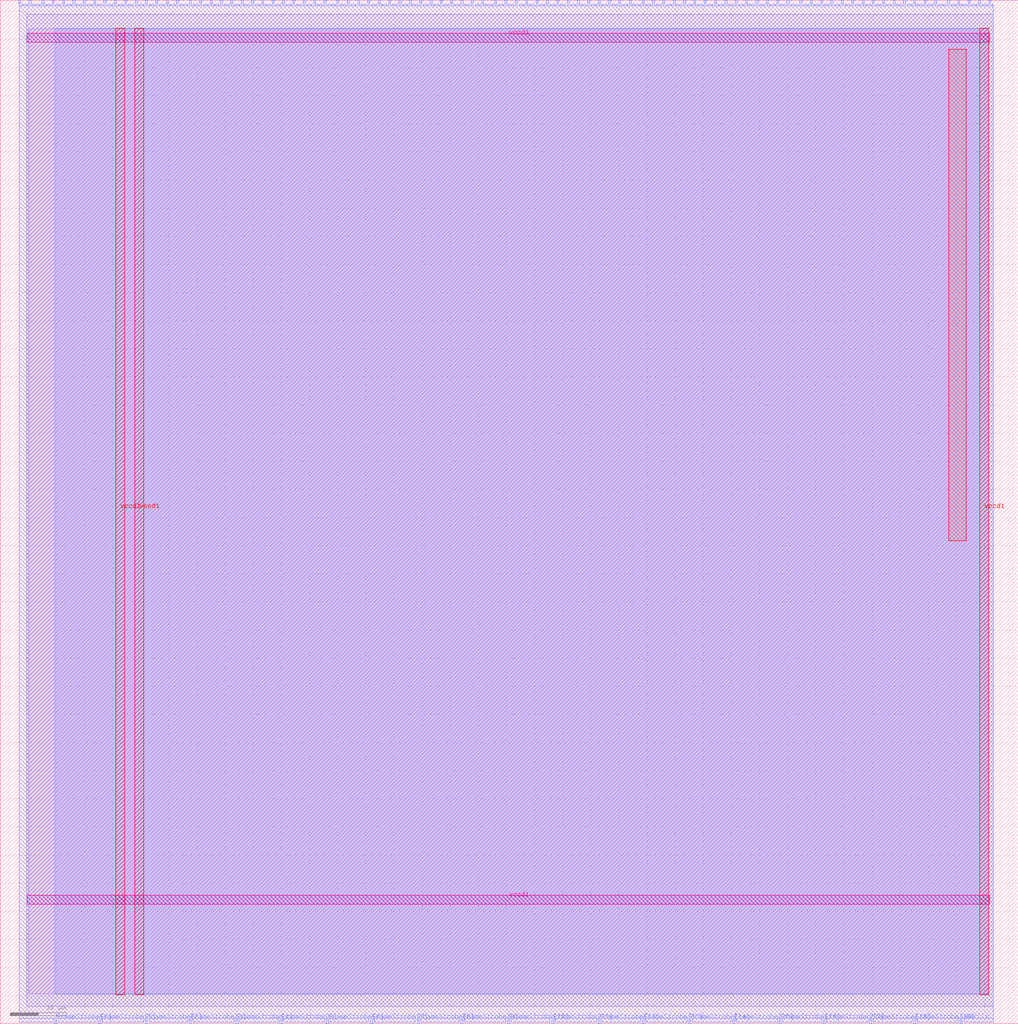
<source format=lef>
VERSION 5.7 ;
  NOWIREEXTENSIONATPIN ON ;
  DIVIDERCHAR "/" ;
  BUSBITCHARS "[]" ;
MACRO S_term_RAM_IO
  CLASS BLOCK ;
  FOREIGN S_term_RAM_IO ;
  ORIGIN 0.000 0.000 ;
  SIZE 181.000 BY 182.000 ;
  PIN FrameStrobe[0]
    DIRECTION INPUT ;
    USE SIGNAL ;
    ANTENNAGATEAREA 0.126000 ;
    PORT
      LAYER met2 ;
        RECT 9.700 0.000 10.080 0.700 ;
    END
  END FrameStrobe[0]
  PIN FrameStrobe[10]
    DIRECTION INPUT ;
    USE SIGNAL ;
    ANTENNAGATEAREA 0.196500 ;
    PORT
      LAYER met2 ;
        RECT 90.200 0.000 90.580 0.700 ;
    END
  END FrameStrobe[10]
  PIN FrameStrobe[11]
    DIRECTION INPUT ;
    USE SIGNAL ;
    ANTENNAGATEAREA 0.196500 ;
    PORT
      LAYER met2 ;
        RECT 98.020 0.000 98.400 0.700 ;
    END
  END FrameStrobe[11]
  PIN FrameStrobe[12]
    DIRECTION INPUT ;
    USE SIGNAL ;
    ANTENNAGATEAREA 0.196500 ;
    PORT
      LAYER met2 ;
        RECT 106.300 0.000 106.680 0.700 ;
    END
  END FrameStrobe[12]
  PIN FrameStrobe[13]
    DIRECTION INPUT ;
    USE SIGNAL ;
    ANTENNAGATEAREA 0.196500 ;
    PORT
      LAYER met2 ;
        RECT 114.120 0.000 114.500 0.700 ;
    END
  END FrameStrobe[13]
  PIN FrameStrobe[14]
    DIRECTION INPUT ;
    USE SIGNAL ;
    ANTENNAGATEAREA 0.196500 ;
    PORT
      LAYER met2 ;
        RECT 122.400 0.000 122.780 0.700 ;
    END
  END FrameStrobe[14]
  PIN FrameStrobe[15]
    DIRECTION INPUT ;
    USE SIGNAL ;
    ANTENNAGATEAREA 0.196500 ;
    PORT
      LAYER met2 ;
        RECT 130.220 0.000 130.600 0.700 ;
    END
  END FrameStrobe[15]
  PIN FrameStrobe[16]
    DIRECTION INPUT ;
    USE SIGNAL ;
    ANTENNAGATEAREA 0.126000 ;
    PORT
      LAYER met2 ;
        RECT 138.500 0.000 138.880 0.700 ;
    END
  END FrameStrobe[16]
  PIN FrameStrobe[17]
    DIRECTION INPUT ;
    USE SIGNAL ;
    ANTENNAGATEAREA 0.196500 ;
    PORT
      LAYER met2 ;
        RECT 146.320 0.000 146.700 0.700 ;
    END
  END FrameStrobe[17]
  PIN FrameStrobe[18]
    DIRECTION INPUT ;
    USE SIGNAL ;
    ANTENNAGATEAREA 0.196500 ;
    PORT
      LAYER met2 ;
        RECT 154.600 0.000 154.980 0.700 ;
    END
  END FrameStrobe[18]
  PIN FrameStrobe[19]
    DIRECTION INPUT ;
    USE SIGNAL ;
    ANTENNAGATEAREA 0.126000 ;
    PORT
      LAYER met2 ;
        RECT 162.420 0.000 162.800 0.700 ;
    END
  END FrameStrobe[19]
  PIN FrameStrobe[1]
    DIRECTION INPUT ;
    USE SIGNAL ;
    ANTENNAGATEAREA 0.196500 ;
    PORT
      LAYER met2 ;
        RECT 17.520 0.000 17.900 0.700 ;
    END
  END FrameStrobe[1]
  PIN FrameStrobe[2]
    DIRECTION INPUT ;
    USE SIGNAL ;
    ANTENNAGATEAREA 0.196500 ;
    PORT
      LAYER met2 ;
        RECT 25.800 0.000 26.180 0.700 ;
    END
  END FrameStrobe[2]
  PIN FrameStrobe[3]
    DIRECTION INPUT ;
    USE SIGNAL ;
    ANTENNAGATEAREA 0.196500 ;
    PORT
      LAYER met2 ;
        RECT 33.620 0.000 34.000 0.700 ;
    END
  END FrameStrobe[3]
  PIN FrameStrobe[4]
    DIRECTION INPUT ;
    USE SIGNAL ;
    ANTENNAGATEAREA 0.196500 ;
    PORT
      LAYER met2 ;
        RECT 41.900 0.000 42.280 0.700 ;
    END
  END FrameStrobe[4]
  PIN FrameStrobe[5]
    DIRECTION INPUT ;
    USE SIGNAL ;
    ANTENNAGATEAREA 0.196500 ;
    PORT
      LAYER met2 ;
        RECT 49.720 0.000 50.100 0.700 ;
    END
  END FrameStrobe[5]
  PIN FrameStrobe[6]
    DIRECTION INPUT ;
    USE SIGNAL ;
    ANTENNAGATEAREA 0.196500 ;
    PORT
      LAYER met2 ;
        RECT 58.000 0.000 58.380 0.700 ;
    END
  END FrameStrobe[6]
  PIN FrameStrobe[7]
    DIRECTION INPUT ;
    USE SIGNAL ;
    ANTENNAGATEAREA 0.196500 ;
    PORT
      LAYER met2 ;
        RECT 65.820 0.000 66.200 0.700 ;
    END
  END FrameStrobe[7]
  PIN FrameStrobe[8]
    DIRECTION INPUT ;
    USE SIGNAL ;
    ANTENNAGATEAREA 0.196500 ;
    PORT
      LAYER met2 ;
        RECT 74.100 0.000 74.480 0.700 ;
    END
  END FrameStrobe[8]
  PIN FrameStrobe[9]
    DIRECTION INPUT ;
    USE SIGNAL ;
    ANTENNAGATEAREA 0.196500 ;
    PORT
      LAYER met2 ;
        RECT 81.920 0.000 82.300 0.700 ;
    END
  END FrameStrobe[9]
  PIN FrameStrobe_O[0]
    DIRECTION OUTPUT TRISTATE ;
    USE SIGNAL ;
    ANTENNADIFFAREA 0.795200 ;
    PORT
      LAYER met2 ;
        RECT 138.040 181.300 138.420 182.000 ;
    END
  END FrameStrobe_O[0]
  PIN FrameStrobe_O[10]
    DIRECTION OUTPUT TRISTATE ;
    USE SIGNAL ;
    ANTENNADIFFAREA 0.795200 ;
    PORT
      LAYER met2 ;
        RECT 156.900 181.300 157.280 182.000 ;
    END
  END FrameStrobe_O[10]
  PIN FrameStrobe_O[11]
    DIRECTION OUTPUT TRISTATE ;
    USE SIGNAL ;
    ANTENNADIFFAREA 0.795200 ;
    PORT
      LAYER met2 ;
        RECT 158.740 181.300 159.120 182.000 ;
    END
  END FrameStrobe_O[11]
  PIN FrameStrobe_O[12]
    DIRECTION OUTPUT TRISTATE ;
    USE SIGNAL ;
    ANTENNADIFFAREA 0.795200 ;
    PORT
      LAYER met2 ;
        RECT 160.580 181.300 160.960 182.000 ;
    END
  END FrameStrobe_O[12]
  PIN FrameStrobe_O[13]
    DIRECTION OUTPUT TRISTATE ;
    USE SIGNAL ;
    ANTENNADIFFAREA 0.795200 ;
    PORT
      LAYER met2 ;
        RECT 162.420 181.300 162.800 182.000 ;
    END
  END FrameStrobe_O[13]
  PIN FrameStrobe_O[14]
    DIRECTION OUTPUT TRISTATE ;
    USE SIGNAL ;
    ANTENNADIFFAREA 0.795200 ;
    PORT
      LAYER met2 ;
        RECT 164.260 181.300 164.640 182.000 ;
    END
  END FrameStrobe_O[14]
  PIN FrameStrobe_O[15]
    DIRECTION OUTPUT TRISTATE ;
    USE SIGNAL ;
    ANTENNADIFFAREA 0.795200 ;
    PORT
      LAYER met2 ;
        RECT 166.100 181.300 166.480 182.000 ;
    END
  END FrameStrobe_O[15]
  PIN FrameStrobe_O[16]
    DIRECTION OUTPUT TRISTATE ;
    USE SIGNAL ;
    ANTENNADIFFAREA 0.445500 ;
    PORT
      LAYER met2 ;
        RECT 168.400 181.300 168.780 182.000 ;
    END
  END FrameStrobe_O[16]
  PIN FrameStrobe_O[17]
    DIRECTION OUTPUT TRISTATE ;
    USE SIGNAL ;
    ANTENNADIFFAREA 0.795200 ;
    PORT
      LAYER met2 ;
        RECT 170.240 181.300 170.620 182.000 ;
    END
  END FrameStrobe_O[17]
  PIN FrameStrobe_O[18]
    DIRECTION OUTPUT TRISTATE ;
    USE SIGNAL ;
    ANTENNADIFFAREA 0.795200 ;
    PORT
      LAYER met2 ;
        RECT 172.080 181.300 172.460 182.000 ;
    END
  END FrameStrobe_O[18]
  PIN FrameStrobe_O[19]
    DIRECTION OUTPUT TRISTATE ;
    USE SIGNAL ;
    ANTENNADIFFAREA 0.795200 ;
    PORT
      LAYER met2 ;
        RECT 173.920 181.300 174.300 182.000 ;
    END
  END FrameStrobe_O[19]
  PIN FrameStrobe_O[1]
    DIRECTION OUTPUT TRISTATE ;
    USE SIGNAL ;
    ANTENNADIFFAREA 0.445500 ;
    PORT
      LAYER met2 ;
        RECT 139.880 181.300 140.260 182.000 ;
    END
  END FrameStrobe_O[1]
  PIN FrameStrobe_O[2]
    DIRECTION OUTPUT TRISTATE ;
    USE SIGNAL ;
    ANTENNADIFFAREA 0.445500 ;
    PORT
      LAYER met2 ;
        RECT 142.180 181.300 142.560 182.000 ;
    END
  END FrameStrobe_O[2]
  PIN FrameStrobe_O[3]
    DIRECTION OUTPUT TRISTATE ;
    USE SIGNAL ;
    ANTENNADIFFAREA 0.795200 ;
    PORT
      LAYER met2 ;
        RECT 144.020 181.300 144.400 182.000 ;
    END
  END FrameStrobe_O[3]
  PIN FrameStrobe_O[4]
    DIRECTION OUTPUT TRISTATE ;
    USE SIGNAL ;
    ANTENNADIFFAREA 0.445500 ;
    PORT
      LAYER met2 ;
        RECT 145.860 181.300 146.240 182.000 ;
    END
  END FrameStrobe_O[4]
  PIN FrameStrobe_O[5]
    DIRECTION OUTPUT TRISTATE ;
    USE SIGNAL ;
    ANTENNADIFFAREA 0.445500 ;
    PORT
      LAYER met2 ;
        RECT 147.700 181.300 148.080 182.000 ;
    END
  END FrameStrobe_O[5]
  PIN FrameStrobe_O[6]
    DIRECTION OUTPUT TRISTATE ;
    USE SIGNAL ;
    ANTENNADIFFAREA 0.795200 ;
    PORT
      LAYER met2 ;
        RECT 149.540 181.300 149.920 182.000 ;
    END
  END FrameStrobe_O[6]
  PIN FrameStrobe_O[7]
    DIRECTION OUTPUT TRISTATE ;
    USE SIGNAL ;
    ANTENNADIFFAREA 0.795200 ;
    PORT
      LAYER met2 ;
        RECT 151.380 181.300 151.760 182.000 ;
    END
  END FrameStrobe_O[7]
  PIN FrameStrobe_O[8]
    DIRECTION OUTPUT TRISTATE ;
    USE SIGNAL ;
    ANTENNADIFFAREA 0.445500 ;
    PORT
      LAYER met2 ;
        RECT 153.220 181.300 153.600 182.000 ;
    END
  END FrameStrobe_O[8]
  PIN FrameStrobe_O[9]
    DIRECTION OUTPUT TRISTATE ;
    USE SIGNAL ;
    ANTENNADIFFAREA 0.445500 ;
    PORT
      LAYER met2 ;
        RECT 155.060 181.300 155.440 182.000 ;
    END
  END FrameStrobe_O[9]
  PIN N1BEG[0]
    DIRECTION OUTPUT TRISTATE ;
    USE SIGNAL ;
    ANTENNADIFFAREA 0.795200 ;
    PORT
      LAYER met2 ;
        RECT 3.260 181.300 3.640 182.000 ;
    END
  END N1BEG[0]
  PIN N1BEG[1]
    DIRECTION OUTPUT TRISTATE ;
    USE SIGNAL ;
    ANTENNADIFFAREA 0.795200 ;
    PORT
      LAYER met2 ;
        RECT 5.100 181.300 5.480 182.000 ;
    END
  END N1BEG[1]
  PIN N1BEG[2]
    DIRECTION OUTPUT TRISTATE ;
    USE SIGNAL ;
    ANTENNADIFFAREA 0.795200 ;
    PORT
      LAYER met2 ;
        RECT 7.400 181.300 7.780 182.000 ;
    END
  END N1BEG[2]
  PIN N1BEG[3]
    DIRECTION OUTPUT TRISTATE ;
    USE SIGNAL ;
    ANTENNADIFFAREA 0.445500 ;
    PORT
      LAYER met2 ;
        RECT 9.240 181.300 9.620 182.000 ;
    END
  END N1BEG[3]
  PIN N2BEG[0]
    DIRECTION OUTPUT TRISTATE ;
    USE SIGNAL ;
    ANTENNADIFFAREA 0.445500 ;
    PORT
      LAYER met2 ;
        RECT 11.080 181.300 11.460 182.000 ;
    END
  END N2BEG[0]
  PIN N2BEG[1]
    DIRECTION OUTPUT TRISTATE ;
    USE SIGNAL ;
    ANTENNADIFFAREA 0.795200 ;
    PORT
      LAYER met2 ;
        RECT 12.920 181.300 13.300 182.000 ;
    END
  END N2BEG[1]
  PIN N2BEG[2]
    DIRECTION OUTPUT TRISTATE ;
    USE SIGNAL ;
    ANTENNADIFFAREA 0.795200 ;
    PORT
      LAYER met2 ;
        RECT 14.760 181.300 15.140 182.000 ;
    END
  END N2BEG[2]
  PIN N2BEG[3]
    DIRECTION OUTPUT TRISTATE ;
    USE SIGNAL ;
    ANTENNADIFFAREA 0.445500 ;
    PORT
      LAYER met2 ;
        RECT 16.600 181.300 16.980 182.000 ;
    END
  END N2BEG[3]
  PIN N2BEG[4]
    DIRECTION OUTPUT TRISTATE ;
    USE SIGNAL ;
    ANTENNADIFFAREA 0.795200 ;
    PORT
      LAYER met2 ;
        RECT 18.440 181.300 18.820 182.000 ;
    END
  END N2BEG[4]
  PIN N2BEG[5]
    DIRECTION OUTPUT TRISTATE ;
    USE SIGNAL ;
    ANTENNADIFFAREA 0.795200 ;
    PORT
      LAYER met2 ;
        RECT 20.280 181.300 20.660 182.000 ;
    END
  END N2BEG[5]
  PIN N2BEG[6]
    DIRECTION OUTPUT TRISTATE ;
    USE SIGNAL ;
    ANTENNADIFFAREA 0.795200 ;
    PORT
      LAYER met2 ;
        RECT 22.120 181.300 22.500 182.000 ;
    END
  END N2BEG[6]
  PIN N2BEG[7]
    DIRECTION OUTPUT TRISTATE ;
    USE SIGNAL ;
    ANTENNADIFFAREA 0.445500 ;
    PORT
      LAYER met2 ;
        RECT 23.960 181.300 24.340 182.000 ;
    END
  END N2BEG[7]
  PIN N2BEGb[0]
    DIRECTION OUTPUT TRISTATE ;
    USE SIGNAL ;
    ANTENNADIFFAREA 0.445500 ;
    PORT
      LAYER met2 ;
        RECT 25.800 181.300 26.180 182.000 ;
    END
  END N2BEGb[0]
  PIN N2BEGb[1]
    DIRECTION OUTPUT TRISTATE ;
    USE SIGNAL ;
    ANTENNADIFFAREA 0.795200 ;
    PORT
      LAYER met2 ;
        RECT 27.640 181.300 28.020 182.000 ;
    END
  END N2BEGb[1]
  PIN N2BEGb[2]
    DIRECTION OUTPUT TRISTATE ;
    USE SIGNAL ;
    ANTENNADIFFAREA 0.445500 ;
    PORT
      LAYER met2 ;
        RECT 29.480 181.300 29.860 182.000 ;
    END
  END N2BEGb[2]
  PIN N2BEGb[3]
    DIRECTION OUTPUT TRISTATE ;
    USE SIGNAL ;
    ANTENNADIFFAREA 0.445500 ;
    PORT
      LAYER met2 ;
        RECT 31.320 181.300 31.700 182.000 ;
    END
  END N2BEGb[3]
  PIN N2BEGb[4]
    DIRECTION OUTPUT TRISTATE ;
    USE SIGNAL ;
    ANTENNADIFFAREA 0.795200 ;
    PORT
      LAYER met2 ;
        RECT 33.620 181.300 34.000 182.000 ;
    END
  END N2BEGb[4]
  PIN N2BEGb[5]
    DIRECTION OUTPUT TRISTATE ;
    USE SIGNAL ;
    ANTENNADIFFAREA 0.795200 ;
    PORT
      LAYER met2 ;
        RECT 35.460 181.300 35.840 182.000 ;
    END
  END N2BEGb[5]
  PIN N2BEGb[6]
    DIRECTION OUTPUT TRISTATE ;
    USE SIGNAL ;
    ANTENNADIFFAREA 0.445500 ;
    PORT
      LAYER met2 ;
        RECT 37.300 181.300 37.680 182.000 ;
    END
  END N2BEGb[6]
  PIN N2BEGb[7]
    DIRECTION OUTPUT TRISTATE ;
    USE SIGNAL ;
    ANTENNADIFFAREA 0.445500 ;
    PORT
      LAYER met2 ;
        RECT 39.140 181.300 39.520 182.000 ;
    END
  END N2BEGb[7]
  PIN N4BEG[0]
    DIRECTION OUTPUT TRISTATE ;
    USE SIGNAL ;
    ANTENNADIFFAREA 0.795200 ;
    PORT
      LAYER met2 ;
        RECT 40.980 181.300 41.360 182.000 ;
    END
  END N4BEG[0]
  PIN N4BEG[10]
    DIRECTION OUTPUT TRISTATE ;
    USE SIGNAL ;
    ANTENNADIFFAREA 0.445500 ;
    PORT
      LAYER met2 ;
        RECT 59.840 181.300 60.220 182.000 ;
    END
  END N4BEG[10]
  PIN N4BEG[11]
    DIRECTION OUTPUT TRISTATE ;
    USE SIGNAL ;
    ANTENNADIFFAREA 0.795200 ;
    PORT
      LAYER met2 ;
        RECT 61.680 181.300 62.060 182.000 ;
    END
  END N4BEG[11]
  PIN N4BEG[12]
    DIRECTION OUTPUT TRISTATE ;
    USE SIGNAL ;
    ANTENNADIFFAREA 0.445500 ;
    PORT
      LAYER met2 ;
        RECT 63.520 181.300 63.900 182.000 ;
    END
  END N4BEG[12]
  PIN N4BEG[13]
    DIRECTION OUTPUT TRISTATE ;
    USE SIGNAL ;
    ANTENNADIFFAREA 0.445500 ;
    PORT
      LAYER met2 ;
        RECT 65.360 181.300 65.740 182.000 ;
    END
  END N4BEG[13]
  PIN N4BEG[14]
    DIRECTION OUTPUT TRISTATE ;
    USE SIGNAL ;
    ANTENNADIFFAREA 0.795200 ;
    PORT
      LAYER met2 ;
        RECT 67.200 181.300 67.580 182.000 ;
    END
  END N4BEG[14]
  PIN N4BEG[15]
    DIRECTION OUTPUT TRISTATE ;
    USE SIGNAL ;
    ANTENNADIFFAREA 0.795200 ;
    PORT
      LAYER met2 ;
        RECT 69.040 181.300 69.420 182.000 ;
    END
  END N4BEG[15]
  PIN N4BEG[1]
    DIRECTION OUTPUT TRISTATE ;
    USE SIGNAL ;
    ANTENNADIFFAREA 0.795200 ;
    PORT
      LAYER met2 ;
        RECT 42.820 181.300 43.200 182.000 ;
    END
  END N4BEG[1]
  PIN N4BEG[2]
    DIRECTION OUTPUT TRISTATE ;
    USE SIGNAL ;
    ANTENNADIFFAREA 0.445500 ;
    PORT
      LAYER met2 ;
        RECT 44.660 181.300 45.040 182.000 ;
    END
  END N4BEG[2]
  PIN N4BEG[3]
    DIRECTION OUTPUT TRISTATE ;
    USE SIGNAL ;
    ANTENNADIFFAREA 0.445500 ;
    PORT
      LAYER met2 ;
        RECT 46.500 181.300 46.880 182.000 ;
    END
  END N4BEG[3]
  PIN N4BEG[4]
    DIRECTION OUTPUT TRISTATE ;
    USE SIGNAL ;
    ANTENNADIFFAREA 0.795200 ;
    PORT
      LAYER met2 ;
        RECT 48.340 181.300 48.720 182.000 ;
    END
  END N4BEG[4]
  PIN N4BEG[5]
    DIRECTION OUTPUT TRISTATE ;
    USE SIGNAL ;
    ANTENNADIFFAREA 0.795200 ;
    PORT
      LAYER met2 ;
        RECT 50.180 181.300 50.560 182.000 ;
    END
  END N4BEG[5]
  PIN N4BEG[6]
    DIRECTION OUTPUT TRISTATE ;
    USE SIGNAL ;
    ANTENNADIFFAREA 0.445500 ;
    PORT
      LAYER met2 ;
        RECT 52.020 181.300 52.400 182.000 ;
    END
  END N4BEG[6]
  PIN N4BEG[7]
    DIRECTION OUTPUT TRISTATE ;
    USE SIGNAL ;
    ANTENNADIFFAREA 0.795200 ;
    PORT
      LAYER met2 ;
        RECT 53.860 181.300 54.240 182.000 ;
    END
  END N4BEG[7]
  PIN N4BEG[8]
    DIRECTION OUTPUT TRISTATE ;
    USE SIGNAL ;
    ANTENNADIFFAREA 0.795200 ;
    PORT
      LAYER met2 ;
        RECT 55.700 181.300 56.080 182.000 ;
    END
  END N4BEG[8]
  PIN N4BEG[9]
    DIRECTION OUTPUT TRISTATE ;
    USE SIGNAL ;
    ANTENNADIFFAREA 0.445500 ;
    PORT
      LAYER met2 ;
        RECT 57.540 181.300 57.920 182.000 ;
    END
  END N4BEG[9]
  PIN S1END[0]
    DIRECTION INPUT ;
    USE SIGNAL ;
    ANTENNAGATEAREA 0.196500 ;
    PORT
      LAYER met2 ;
        RECT 70.880 181.300 71.260 182.000 ;
    END
  END S1END[0]
  PIN S1END[1]
    DIRECTION INPUT ;
    USE SIGNAL ;
    ANTENNAGATEAREA 0.196500 ;
    PORT
      LAYER met2 ;
        RECT 72.720 181.300 73.100 182.000 ;
    END
  END S1END[1]
  PIN S1END[2]
    DIRECTION INPUT ;
    USE SIGNAL ;
    ANTENNAGATEAREA 0.196500 ;
    PORT
      LAYER met2 ;
        RECT 74.560 181.300 74.940 182.000 ;
    END
  END S1END[2]
  PIN S1END[3]
    DIRECTION INPUT ;
    USE SIGNAL ;
    ANTENNAGATEAREA 0.196500 ;
    PORT
      LAYER met2 ;
        RECT 76.400 181.300 76.780 182.000 ;
    END
  END S1END[3]
  PIN S2END[0]
    DIRECTION INPUT ;
    USE SIGNAL ;
    ANTENNAGATEAREA 0.196500 ;
    PORT
      LAYER met2 ;
        RECT 93.420 181.300 93.800 182.000 ;
    END
  END S2END[0]
  PIN S2END[1]
    DIRECTION INPUT ;
    USE SIGNAL ;
    ANTENNAGATEAREA 0.196500 ;
    PORT
      LAYER met2 ;
        RECT 95.260 181.300 95.640 182.000 ;
    END
  END S2END[1]
  PIN S2END[2]
    DIRECTION INPUT ;
    USE SIGNAL ;
    ANTENNAGATEAREA 0.196500 ;
    PORT
      LAYER met2 ;
        RECT 97.100 181.300 97.480 182.000 ;
    END
  END S2END[2]
  PIN S2END[3]
    DIRECTION INPUT ;
    USE SIGNAL ;
    ANTENNAGATEAREA 0.196500 ;
    PORT
      LAYER met2 ;
        RECT 98.940 181.300 99.320 182.000 ;
    END
  END S2END[3]
  PIN S2END[4]
    DIRECTION INPUT ;
    USE SIGNAL ;
    ANTENNAGATEAREA 0.196500 ;
    PORT
      LAYER met2 ;
        RECT 100.780 181.300 101.160 182.000 ;
    END
  END S2END[4]
  PIN S2END[5]
    DIRECTION INPUT ;
    USE SIGNAL ;
    ANTENNAGATEAREA 0.196500 ;
    PORT
      LAYER met2 ;
        RECT 102.620 181.300 103.000 182.000 ;
    END
  END S2END[5]
  PIN S2END[6]
    DIRECTION INPUT ;
    USE SIGNAL ;
    ANTENNAGATEAREA 0.196500 ;
    PORT
      LAYER met2 ;
        RECT 104.460 181.300 104.840 182.000 ;
    END
  END S2END[6]
  PIN S2END[7]
    DIRECTION INPUT ;
    USE SIGNAL ;
    ANTENNAGATEAREA 0.196500 ;
    PORT
      LAYER met2 ;
        RECT 106.300 181.300 106.680 182.000 ;
    END
  END S2END[7]
  PIN S2MID[0]
    DIRECTION INPUT ;
    USE SIGNAL ;
    ANTENNAGATEAREA 0.196500 ;
    PORT
      LAYER met2 ;
        RECT 78.240 181.300 78.620 182.000 ;
    END
  END S2MID[0]
  PIN S2MID[1]
    DIRECTION INPUT ;
    USE SIGNAL ;
    ANTENNAGATEAREA 0.196500 ;
    PORT
      LAYER met2 ;
        RECT 80.080 181.300 80.460 182.000 ;
    END
  END S2MID[1]
  PIN S2MID[2]
    DIRECTION INPUT ;
    USE SIGNAL ;
    ANTENNAGATEAREA 0.196500 ;
    PORT
      LAYER met2 ;
        RECT 81.920 181.300 82.300 182.000 ;
    END
  END S2MID[2]
  PIN S2MID[3]
    DIRECTION INPUT ;
    USE SIGNAL ;
    ANTENNAGATEAREA 0.196500 ;
    PORT
      LAYER met2 ;
        RECT 83.760 181.300 84.140 182.000 ;
    END
  END S2MID[3]
  PIN S2MID[4]
    DIRECTION INPUT ;
    USE SIGNAL ;
    ANTENNAGATEAREA 0.196500 ;
    PORT
      LAYER met2 ;
        RECT 85.600 181.300 85.980 182.000 ;
    END
  END S2MID[4]
  PIN S2MID[5]
    DIRECTION INPUT ;
    USE SIGNAL ;
    ANTENNAGATEAREA 0.196500 ;
    PORT
      LAYER met2 ;
        RECT 87.900 181.300 88.280 182.000 ;
    END
  END S2MID[5]
  PIN S2MID[6]
    DIRECTION INPUT ;
    USE SIGNAL ;
    ANTENNAGATEAREA 0.196500 ;
    PORT
      LAYER met2 ;
        RECT 89.740 181.300 90.120 182.000 ;
    END
  END S2MID[6]
  PIN S2MID[7]
    DIRECTION INPUT ;
    USE SIGNAL ;
    ANTENNAGATEAREA 0.196500 ;
    PORT
      LAYER met2 ;
        RECT 91.580 181.300 91.960 182.000 ;
    END
  END S2MID[7]
  PIN S4END[0]
    DIRECTION INPUT ;
    USE SIGNAL ;
    ANTENNAGATEAREA 0.196500 ;
    PORT
      LAYER met2 ;
        RECT 108.140 181.300 108.520 182.000 ;
    END
  END S4END[0]
  PIN S4END[10]
    DIRECTION INPUT ;
    USE SIGNAL ;
    ANTENNAGATEAREA 0.196500 ;
    PORT
      LAYER met2 ;
        RECT 127.000 181.300 127.380 182.000 ;
    END
  END S4END[10]
  PIN S4END[11]
    DIRECTION INPUT ;
    USE SIGNAL ;
    ANTENNAGATEAREA 0.196500 ;
    PORT
      LAYER met2 ;
        RECT 128.840 181.300 129.220 182.000 ;
    END
  END S4END[11]
  PIN S4END[12]
    DIRECTION INPUT ;
    USE SIGNAL ;
    ANTENNAGATEAREA 0.196500 ;
    PORT
      LAYER met2 ;
        RECT 130.680 181.300 131.060 182.000 ;
    END
  END S4END[12]
  PIN S4END[13]
    DIRECTION INPUT ;
    USE SIGNAL ;
    ANTENNAGATEAREA 0.126000 ;
    PORT
      LAYER met2 ;
        RECT 132.520 181.300 132.900 182.000 ;
    END
  END S4END[13]
  PIN S4END[14]
    DIRECTION INPUT ;
    USE SIGNAL ;
    ANTENNAGATEAREA 0.196500 ;
    PORT
      LAYER met2 ;
        RECT 134.360 181.300 134.740 182.000 ;
    END
  END S4END[14]
  PIN S4END[15]
    DIRECTION INPUT ;
    USE SIGNAL ;
    ANTENNAGATEAREA 0.196500 ;
    PORT
      LAYER met2 ;
        RECT 136.200 181.300 136.580 182.000 ;
    END
  END S4END[15]
  PIN S4END[1]
    DIRECTION INPUT ;
    USE SIGNAL ;
    ANTENNAGATEAREA 0.196500 ;
    PORT
      LAYER met2 ;
        RECT 109.980 181.300 110.360 182.000 ;
    END
  END S4END[1]
  PIN S4END[2]
    DIRECTION INPUT ;
    USE SIGNAL ;
    ANTENNAGATEAREA 0.196500 ;
    PORT
      LAYER met2 ;
        RECT 111.820 181.300 112.200 182.000 ;
    END
  END S4END[2]
  PIN S4END[3]
    DIRECTION INPUT ;
    USE SIGNAL ;
    ANTENNAGATEAREA 0.196500 ;
    PORT
      LAYER met2 ;
        RECT 114.120 181.300 114.500 182.000 ;
    END
  END S4END[3]
  PIN S4END[4]
    DIRECTION INPUT ;
    USE SIGNAL ;
    ANTENNAGATEAREA 0.196500 ;
    PORT
      LAYER met2 ;
        RECT 115.960 181.300 116.340 182.000 ;
    END
  END S4END[4]
  PIN S4END[5]
    DIRECTION INPUT ;
    USE SIGNAL ;
    ANTENNAGATEAREA 0.196500 ;
    PORT
      LAYER met2 ;
        RECT 117.800 181.300 118.180 182.000 ;
    END
  END S4END[5]
  PIN S4END[6]
    DIRECTION INPUT ;
    USE SIGNAL ;
    ANTENNAGATEAREA 0.196500 ;
    PORT
      LAYER met2 ;
        RECT 119.640 181.300 120.020 182.000 ;
    END
  END S4END[6]
  PIN S4END[7]
    DIRECTION INPUT ;
    USE SIGNAL ;
    ANTENNAGATEAREA 0.196500 ;
    PORT
      LAYER met2 ;
        RECT 121.480 181.300 121.860 182.000 ;
    END
  END S4END[7]
  PIN S4END[8]
    DIRECTION INPUT ;
    USE SIGNAL ;
    ANTENNAGATEAREA 0.196500 ;
    PORT
      LAYER met2 ;
        RECT 123.320 181.300 123.700 182.000 ;
    END
  END S4END[8]
  PIN S4END[9]
    DIRECTION INPUT ;
    USE SIGNAL ;
    ANTENNAGATEAREA 0.196500 ;
    PORT
      LAYER met2 ;
        RECT 125.160 181.300 125.540 182.000 ;
    END
  END S4END[9]
  PIN UserCLK
    DIRECTION INPUT ;
    USE SIGNAL ;
    ANTENNAGATEAREA 0.159000 ;
    PORT
      LAYER met2 ;
        RECT 170.700 0.000 171.080 0.700 ;
    END
  END UserCLK
  PIN UserCLKo
    DIRECTION OUTPUT TRISTATE ;
    USE SIGNAL ;
    ANTENNADIFFAREA 0.340600 ;
    PORT
      LAYER met2 ;
        RECT 175.760 181.300 176.140 182.000 ;
    END
  END UserCLKo
  PIN vccd1
    DIRECTION INOUT ;
    USE POWER ;
    PORT
      LAYER met4 ;
        RECT 20.580 5.200 22.180 177.040 ;
    END
    PORT
      LAYER met4 ;
        RECT 174.180 5.200 175.780 177.040 ;
    END
    PORT
      LAYER met5 ;
        RECT 4.820 21.290 175.960 22.890 ;
    END
    PORT
      LAYER met5 ;
        RECT 4.820 174.470 175.960 176.070 ;
    END
  END vccd1
  PIN vssd1
    DIRECTION INOUT ;
    USE GROUND ;
    PORT
      LAYER met4 ;
        RECT 23.880 5.200 25.480 177.040 ;
    END
  END vssd1
  OBS
      LAYER li1 ;
        RECT 5.060 5.355 175.720 176.885 ;
      LAYER met1 ;
        RECT 4.670 3.100 176.570 179.480 ;
      LAYER met2 ;
        RECT 3.920 181.020 4.820 181.300 ;
        RECT 5.760 181.020 7.120 181.300 ;
        RECT 8.060 181.020 8.960 181.300 ;
        RECT 9.900 181.020 10.800 181.300 ;
        RECT 11.740 181.020 12.640 181.300 ;
        RECT 13.580 181.020 14.480 181.300 ;
        RECT 15.420 181.020 16.320 181.300 ;
        RECT 17.260 181.020 18.160 181.300 ;
        RECT 19.100 181.020 20.000 181.300 ;
        RECT 20.940 181.020 21.840 181.300 ;
        RECT 22.780 181.020 23.680 181.300 ;
        RECT 24.620 181.020 25.520 181.300 ;
        RECT 26.460 181.020 27.360 181.300 ;
        RECT 28.300 181.020 29.200 181.300 ;
        RECT 30.140 181.020 31.040 181.300 ;
        RECT 31.980 181.020 33.340 181.300 ;
        RECT 34.280 181.020 35.180 181.300 ;
        RECT 36.120 181.020 37.020 181.300 ;
        RECT 37.960 181.020 38.860 181.300 ;
        RECT 39.800 181.020 40.700 181.300 ;
        RECT 41.640 181.020 42.540 181.300 ;
        RECT 43.480 181.020 44.380 181.300 ;
        RECT 45.320 181.020 46.220 181.300 ;
        RECT 47.160 181.020 48.060 181.300 ;
        RECT 49.000 181.020 49.900 181.300 ;
        RECT 50.840 181.020 51.740 181.300 ;
        RECT 52.680 181.020 53.580 181.300 ;
        RECT 54.520 181.020 55.420 181.300 ;
        RECT 56.360 181.020 57.260 181.300 ;
        RECT 58.200 181.020 59.560 181.300 ;
        RECT 60.500 181.020 61.400 181.300 ;
        RECT 62.340 181.020 63.240 181.300 ;
        RECT 64.180 181.020 65.080 181.300 ;
        RECT 66.020 181.020 66.920 181.300 ;
        RECT 67.860 181.020 68.760 181.300 ;
        RECT 69.700 181.020 70.600 181.300 ;
        RECT 71.540 181.020 72.440 181.300 ;
        RECT 73.380 181.020 74.280 181.300 ;
        RECT 75.220 181.020 76.120 181.300 ;
        RECT 77.060 181.020 77.960 181.300 ;
        RECT 78.900 181.020 79.800 181.300 ;
        RECT 80.740 181.020 81.640 181.300 ;
        RECT 82.580 181.020 83.480 181.300 ;
        RECT 84.420 181.020 85.320 181.300 ;
        RECT 86.260 181.020 87.620 181.300 ;
        RECT 88.560 181.020 89.460 181.300 ;
        RECT 90.400 181.020 91.300 181.300 ;
        RECT 92.240 181.020 93.140 181.300 ;
        RECT 94.080 181.020 94.980 181.300 ;
        RECT 95.920 181.020 96.820 181.300 ;
        RECT 97.760 181.020 98.660 181.300 ;
        RECT 99.600 181.020 100.500 181.300 ;
        RECT 101.440 181.020 102.340 181.300 ;
        RECT 103.280 181.020 104.180 181.300 ;
        RECT 105.120 181.020 106.020 181.300 ;
        RECT 106.960 181.020 107.860 181.300 ;
        RECT 108.800 181.020 109.700 181.300 ;
        RECT 110.640 181.020 111.540 181.300 ;
        RECT 112.480 181.020 113.840 181.300 ;
        RECT 114.780 181.020 115.680 181.300 ;
        RECT 116.620 181.020 117.520 181.300 ;
        RECT 118.460 181.020 119.360 181.300 ;
        RECT 120.300 181.020 121.200 181.300 ;
        RECT 122.140 181.020 123.040 181.300 ;
        RECT 123.980 181.020 124.880 181.300 ;
        RECT 125.820 181.020 126.720 181.300 ;
        RECT 127.660 181.020 128.560 181.300 ;
        RECT 129.500 181.020 130.400 181.300 ;
        RECT 131.340 181.020 132.240 181.300 ;
        RECT 133.180 181.020 134.080 181.300 ;
        RECT 135.020 181.020 135.920 181.300 ;
        RECT 136.860 181.020 137.760 181.300 ;
        RECT 138.700 181.020 139.600 181.300 ;
        RECT 140.540 181.020 141.900 181.300 ;
        RECT 142.840 181.020 143.740 181.300 ;
        RECT 144.680 181.020 145.580 181.300 ;
        RECT 146.520 181.020 147.420 181.300 ;
        RECT 148.360 181.020 149.260 181.300 ;
        RECT 150.200 181.020 151.100 181.300 ;
        RECT 152.040 181.020 152.940 181.300 ;
        RECT 153.880 181.020 154.780 181.300 ;
        RECT 155.720 181.020 156.620 181.300 ;
        RECT 157.560 181.020 158.460 181.300 ;
        RECT 159.400 181.020 160.300 181.300 ;
        RECT 161.240 181.020 162.140 181.300 ;
        RECT 163.080 181.020 163.980 181.300 ;
        RECT 164.920 181.020 165.820 181.300 ;
        RECT 166.760 181.020 168.120 181.300 ;
        RECT 169.060 181.020 169.960 181.300 ;
        RECT 170.900 181.020 171.800 181.300 ;
        RECT 172.740 181.020 173.640 181.300 ;
        RECT 174.580 181.020 175.480 181.300 ;
        RECT 176.420 181.020 176.540 181.300 ;
        RECT 3.380 0.980 176.540 181.020 ;
        RECT 3.380 0.270 9.420 0.980 ;
        RECT 10.360 0.270 17.240 0.980 ;
        RECT 18.180 0.270 25.520 0.980 ;
        RECT 26.460 0.270 33.340 0.980 ;
        RECT 34.280 0.270 41.620 0.980 ;
        RECT 42.560 0.270 49.440 0.980 ;
        RECT 50.380 0.270 57.720 0.980 ;
        RECT 58.660 0.270 65.540 0.980 ;
        RECT 66.480 0.270 73.820 0.980 ;
        RECT 74.760 0.270 81.640 0.980 ;
        RECT 82.580 0.270 89.920 0.980 ;
        RECT 90.860 0.270 97.740 0.980 ;
        RECT 98.680 0.270 106.020 0.980 ;
        RECT 106.960 0.270 113.840 0.980 ;
        RECT 114.780 0.270 122.120 0.980 ;
        RECT 123.060 0.270 129.940 0.980 ;
        RECT 130.880 0.270 138.220 0.980 ;
        RECT 139.160 0.270 146.040 0.980 ;
        RECT 146.980 0.270 154.320 0.980 ;
        RECT 155.260 0.270 162.140 0.980 ;
        RECT 163.080 0.270 170.420 0.980 ;
        RECT 171.360 0.270 176.540 0.980 ;
      LAYER met3 ;
        RECT 9.725 5.275 175.770 176.965 ;
      LAYER met4 ;
        RECT 168.655 85.855 171.745 173.225 ;
  END
END S_term_RAM_IO
END LIBRARY


</source>
